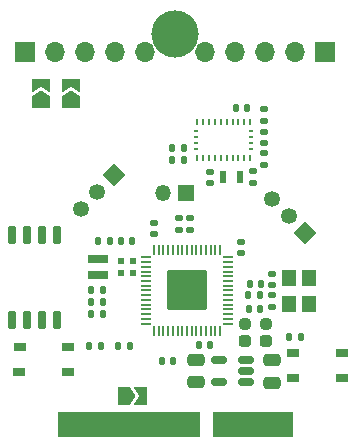
<source format=gbr>
%TF.GenerationSoftware,KiCad,Pcbnew,8.0.5*%
%TF.CreationDate,2024-10-30T18:42:26-07:00*%
%TF.ProjectId,card,63617264-2e6b-4696-9361-645f70636258,v0.5*%
%TF.SameCoordinates,Original*%
%TF.FileFunction,Soldermask,Top*%
%TF.FilePolarity,Negative*%
%FSLAX46Y46*%
G04 Gerber Fmt 4.6, Leading zero omitted, Abs format (unit mm)*
G04 Created by KiCad (PCBNEW 8.0.5) date 2024-10-30 18:42:26*
%MOMM*%
%LPD*%
G01*
G04 APERTURE LIST*
G04 Aperture macros list*
%AMRoundRect*
0 Rectangle with rounded corners*
0 $1 Rounding radius*
0 $2 $3 $4 $5 $6 $7 $8 $9 X,Y pos of 4 corners*
0 Add a 4 corners polygon primitive as box body*
4,1,4,$2,$3,$4,$5,$6,$7,$8,$9,$2,$3,0*
0 Add four circle primitives for the rounded corners*
1,1,$1+$1,$2,$3*
1,1,$1+$1,$4,$5*
1,1,$1+$1,$6,$7*
1,1,$1+$1,$8,$9*
0 Add four rect primitives between the rounded corners*
20,1,$1+$1,$2,$3,$4,$5,0*
20,1,$1+$1,$4,$5,$6,$7,0*
20,1,$1+$1,$6,$7,$8,$9,0*
20,1,$1+$1,$8,$9,$2,$3,0*%
%AMHorizOval*
0 Thick line with rounded ends*
0 $1 width*
0 $2 $3 position (X,Y) of the first rounded end (center of the circle)*
0 $4 $5 position (X,Y) of the second rounded end (center of the circle)*
0 Add line between two ends*
20,1,$1,$2,$3,$4,$5,0*
0 Add two circle primitives to create the rounded ends*
1,1,$1,$2,$3*
1,1,$1,$4,$5*%
%AMRotRect*
0 Rectangle, with rotation*
0 The origin of the aperture is its center*
0 $1 length*
0 $2 width*
0 $3 Rotation angle, in degrees counterclockwise*
0 Add horizontal line*
21,1,$1,$2,0,0,$3*%
%AMFreePoly0*
4,1,6,0.500000,-0.750000,-0.650000,-0.750000,-0.150000,0.000000,-0.650000,0.750000,0.500000,0.750000,0.500000,-0.750000,0.500000,-0.750000,$1*%
%AMFreePoly1*
4,1,6,1.000000,0.000000,0.500000,-0.750000,-0.500000,-0.750000,-0.500000,0.750000,0.500000,0.750000,1.000000,0.000000,1.000000,0.000000,$1*%
%AMFreePoly2*
4,1,18,-0.437500,0.050000,-0.433694,0.069134,-0.422855,0.085355,-0.406634,0.096194,-0.387500,0.100000,0.387500,0.100000,0.437500,0.050000,0.437500,-0.050000,0.433694,-0.069134,0.422855,-0.085355,0.406634,-0.096194,0.387500,-0.100000,-0.387500,-0.100000,-0.406634,-0.096194,-0.422855,-0.085355,-0.433694,-0.069134,-0.437500,-0.050000,-0.437500,0.050000,-0.437500,0.050000,$1*%
%AMFreePoly3*
4,1,18,-0.437500,0.050000,-0.433694,0.069134,-0.422855,0.085355,-0.406634,0.096194,-0.387500,0.100000,0.387500,0.100000,0.406634,0.096194,0.422855,0.085355,0.433694,0.069134,0.437500,0.050000,0.437500,-0.050000,0.387500,-0.100000,-0.387500,-0.100000,-0.406634,-0.096194,-0.422855,-0.085355,-0.433694,-0.069134,-0.437500,-0.050000,-0.437500,0.050000,-0.437500,0.050000,$1*%
%AMFreePoly4*
4,1,18,-0.100000,0.387500,-0.050000,0.437500,0.050000,0.437500,0.069134,0.433694,0.085355,0.422855,0.096194,0.406634,0.100000,0.387500,0.100000,-0.387500,0.096194,-0.406634,0.085355,-0.422855,0.069134,-0.433694,0.050000,-0.437500,-0.050000,-0.437500,-0.069134,-0.433694,-0.085355,-0.422855,-0.096194,-0.406634,-0.100000,-0.387500,-0.100000,0.387500,-0.100000,0.387500,$1*%
%AMFreePoly5*
4,1,18,-0.100000,0.387500,-0.096194,0.406634,-0.085355,0.422855,-0.069134,0.433694,-0.050000,0.437500,0.050000,0.437500,0.100000,0.387500,0.100000,-0.387500,0.096194,-0.406634,0.085355,-0.422855,0.069134,-0.433694,0.050000,-0.437500,-0.050000,-0.437500,-0.069134,-0.433694,-0.085355,-0.422855,-0.096194,-0.406634,-0.100000,-0.387500,-0.100000,0.387500,-0.100000,0.387500,$1*%
%AMFreePoly6*
4,1,18,-0.437500,0.050000,-0.433694,0.069134,-0.422855,0.085355,-0.406634,0.096194,-0.387500,0.100000,0.387500,0.100000,0.406634,0.096194,0.422855,0.085355,0.433694,0.069134,0.437500,0.050000,0.437500,-0.050000,0.433694,-0.069134,0.422855,-0.085355,0.406634,-0.096194,0.387500,-0.100000,-0.387500,-0.100000,-0.437500,-0.050000,-0.437500,0.050000,-0.437500,0.050000,$1*%
%AMFreePoly7*
4,1,18,-0.437500,0.050000,-0.387500,0.100000,0.387500,0.100000,0.406634,0.096194,0.422855,0.085355,0.433694,0.069134,0.437500,0.050000,0.437500,-0.050000,0.433694,-0.069134,0.422855,-0.085355,0.406634,-0.096194,0.387500,-0.100000,-0.387500,-0.100000,-0.406634,-0.096194,-0.422855,-0.085355,-0.433694,-0.069134,-0.437500,-0.050000,-0.437500,0.050000,-0.437500,0.050000,$1*%
%AMFreePoly8*
4,1,18,-0.100000,0.387500,-0.096194,0.406634,-0.085355,0.422855,-0.069134,0.433694,-0.050000,0.437500,0.050000,0.437500,0.069134,0.433694,0.085355,0.422855,0.096194,0.406634,0.100000,0.387500,0.100000,-0.387500,0.050000,-0.437500,-0.050000,-0.437500,-0.069134,-0.433694,-0.085355,-0.422855,-0.096194,-0.406634,-0.100000,-0.387500,-0.100000,0.387500,-0.100000,0.387500,$1*%
%AMFreePoly9*
4,1,18,-0.100000,0.387500,-0.096194,0.406634,-0.085355,0.422855,-0.069134,0.433694,-0.050000,0.437500,0.050000,0.437500,0.069134,0.433694,0.085355,0.422855,0.096194,0.406634,0.100000,0.387500,0.100000,-0.387500,0.096194,-0.406634,0.085355,-0.422855,0.069134,-0.433694,0.050000,-0.437500,-0.050000,-0.437500,-0.100000,-0.387500,-0.100000,0.387500,-0.100000,0.387500,$1*%
G04 Aperture macros list end*
%ADD10C,0.100000*%
%ADD11FreePoly0,90.000000*%
%ADD12FreePoly1,90.000000*%
%ADD13R,1.700000X1.700000*%
%ADD14O,1.700000X1.700000*%
%ADD15RoundRect,0.135000X-0.135000X-0.185000X0.135000X-0.185000X0.135000X0.185000X-0.135000X0.185000X0*%
%ADD16RoundRect,0.140000X0.140000X0.170000X-0.140000X0.170000X-0.140000X-0.170000X0.140000X-0.170000X0*%
%ADD17RoundRect,0.250000X-0.475000X0.250000X-0.475000X-0.250000X0.475000X-0.250000X0.475000X0.250000X0*%
%ADD18RoundRect,0.140000X-0.170000X0.140000X-0.170000X-0.140000X0.170000X-0.140000X0.170000X0.140000X0*%
%ADD19RoundRect,0.237500X0.287500X0.237500X-0.287500X0.237500X-0.287500X-0.237500X0.287500X-0.237500X0*%
%ADD20RoundRect,0.140000X-0.140000X-0.170000X0.140000X-0.170000X0.140000X0.170000X-0.140000X0.170000X0*%
%ADD21RotRect,1.350000X1.350000X225.000000*%
%ADD22HorizOval,1.350000X0.000000X0.000000X0.000000X0.000000X0*%
%ADD23R,0.530000X0.470000*%
%ADD24R,0.254000X0.482600*%
%ADD25R,0.381000X0.254000*%
%ADD26RoundRect,0.150000X0.512500X0.150000X-0.512500X0.150000X-0.512500X-0.150000X0.512500X-0.150000X0*%
%ADD27RoundRect,0.140000X0.170000X-0.140000X0.170000X0.140000X-0.170000X0.140000X-0.170000X-0.140000X0*%
%ADD28R,1.200000X1.400000*%
%ADD29R,1.350000X1.350000*%
%ADD30O,1.350000X1.350000*%
%ADD31C,4.000000*%
%ADD32FreePoly2,90.000000*%
%ADD33RoundRect,0.050000X0.050000X-0.387500X0.050000X0.387500X-0.050000X0.387500X-0.050000X-0.387500X0*%
%ADD34FreePoly3,90.000000*%
%ADD35FreePoly4,90.000000*%
%ADD36RoundRect,0.050000X0.387500X-0.050000X0.387500X0.050000X-0.387500X0.050000X-0.387500X-0.050000X0*%
%ADD37FreePoly5,90.000000*%
%ADD38FreePoly6,90.000000*%
%ADD39FreePoly7,90.000000*%
%ADD40FreePoly8,90.000000*%
%ADD41FreePoly9,90.000000*%
%ADD42RoundRect,0.153000X1.547000X1.547000X-1.547000X1.547000X-1.547000X-1.547000X1.547000X-1.547000X0*%
%ADD43R,1.050000X0.650000*%
%ADD44RoundRect,0.237500X-0.250000X-0.237500X0.250000X-0.237500X0.250000X0.237500X-0.250000X0.237500X0*%
%ADD45R,0.600000X1.100000*%
%ADD46FreePoly1,0.000000*%
%ADD47FreePoly0,0.000000*%
%ADD48RoundRect,0.135000X0.135000X0.185000X-0.135000X0.185000X-0.135000X-0.185000X0.135000X-0.185000X0*%
%ADD49RoundRect,0.150000X0.150000X-0.650000X0.150000X0.650000X-0.150000X0.650000X-0.150000X-0.650000X0*%
%ADD50R,1.700000X0.700000*%
%ADD51RotRect,1.350000X1.350000X315.000000*%
%ADD52HorizOval,1.350000X0.000000X0.000000X0.000000X0.000000X0*%
%ADD53RoundRect,0.135000X-0.185000X0.135000X-0.185000X-0.135000X0.185000X-0.135000X0.185000X0.135000X0*%
G04 APERTURE END LIST*
D10*
%TO.C,A1*%
X101025000Y-114000000D02*
X89075000Y-114000000D01*
X89075000Y-112000000D01*
X101025000Y-112000000D01*
X101025000Y-114000000D01*
G36*
X101025000Y-114000000D02*
G01*
X89075000Y-114000000D01*
X89075000Y-112000000D01*
X101025000Y-112000000D01*
X101025000Y-114000000D01*
G37*
X108925000Y-114000000D02*
X102225000Y-114000000D01*
X102225000Y-112000000D01*
X108925000Y-112000000D01*
X108925000Y-114000000D01*
G36*
X108925000Y-114000000D02*
G01*
X102225000Y-114000000D01*
X102225000Y-112000000D01*
X108925000Y-112000000D01*
X108925000Y-114000000D01*
G37*
%TD*%
D11*
%TO.C,JP3*%
X90200000Y-84275000D03*
D12*
X90200000Y-85725000D03*
%TD*%
D11*
%TO.C,JP2*%
X87600000Y-84275000D03*
D12*
X87600000Y-85725000D03*
%TD*%
D13*
%TO.C,J5*%
X111700000Y-81500000D03*
D14*
X109160000Y-81500000D03*
X106620000Y-81500000D03*
X104080000Y-81500000D03*
X101540000Y-81500000D03*
%TD*%
D13*
%TO.C,J4*%
X86320000Y-81500000D03*
D14*
X88860000Y-81500000D03*
X91400000Y-81500000D03*
X93940000Y-81500000D03*
X96480000Y-81500000D03*
%TD*%
D15*
%TO.C,R3*%
X92450000Y-97525000D03*
X93470000Y-97525000D03*
%TD*%
D16*
%TO.C,C4*%
X92870000Y-103680000D03*
X91910000Y-103680000D03*
%TD*%
D17*
%TO.C,C11*%
X100775000Y-107550000D03*
X100775000Y-109450000D03*
%TD*%
D18*
%TO.C,C19*%
X105550000Y-91624200D03*
X105550000Y-92584200D03*
%TD*%
D16*
%TO.C,C1*%
X98810000Y-107650000D03*
X97850000Y-107650000D03*
%TD*%
D19*
%TO.C,D1*%
X106675000Y-106000000D03*
X104925000Y-106000000D03*
%TD*%
D20*
%TO.C,C6*%
X101020000Y-106300000D03*
X101980000Y-106300000D03*
%TD*%
D21*
%TO.C,J2*%
X110014214Y-96814214D03*
D22*
X108600000Y-95400000D03*
X107185787Y-93985787D03*
%TD*%
D15*
%TO.C,R10*%
X98690000Y-90674200D03*
X99710000Y-90674200D03*
%TD*%
D23*
%TO.C,C16*%
X95400000Y-100240000D03*
X95400000Y-99210000D03*
%TD*%
D24*
%TO.C,U4*%
X104849999Y-90524200D03*
X104350000Y-90524200D03*
X103850001Y-90524200D03*
X103350000Y-90524200D03*
X102850000Y-90524200D03*
X102349999Y-90524200D03*
X101850000Y-90524200D03*
X101350001Y-90524200D03*
X100849999Y-90524200D03*
D25*
X100788600Y-89712101D03*
X100788600Y-89212100D03*
X100788600Y-88712100D03*
X100788600Y-88212099D03*
D24*
X100849999Y-87400000D03*
X101350001Y-87400000D03*
X101850000Y-87400000D03*
X102349999Y-87400000D03*
X102850000Y-87400000D03*
X103350000Y-87400000D03*
X103850001Y-87400000D03*
X104350000Y-87400000D03*
X104849999Y-87400000D03*
X105350001Y-87400000D03*
D25*
X105411400Y-88212099D03*
X105411400Y-88712100D03*
X105411400Y-89212100D03*
X105411400Y-89712101D03*
D24*
X105350001Y-90524200D03*
%TD*%
D26*
%TO.C,U2*%
X104975000Y-109450000D03*
X104975000Y-108500000D03*
X104975000Y-107550000D03*
X102700000Y-107550000D03*
X102700000Y-109450000D03*
%TD*%
D16*
%TO.C,C5*%
X95130000Y-106400000D03*
X94170000Y-106400000D03*
%TD*%
D17*
%TO.C,C12*%
X107200000Y-107600000D03*
X107200000Y-109500000D03*
%TD*%
D18*
%TO.C,C13*%
X107200000Y-102100000D03*
X107200000Y-103060000D03*
%TD*%
D27*
%TO.C,C20*%
X106500000Y-91054200D03*
X106500000Y-90094200D03*
%TD*%
D28*
%TO.C,Y1*%
X110300000Y-102825000D03*
X110300000Y-100625000D03*
X108600000Y-100625000D03*
X108600000Y-102825000D03*
%TD*%
D27*
%TO.C,C3*%
X99280000Y-96540000D03*
X99280000Y-95580000D03*
%TD*%
D15*
%TO.C,R4*%
X91690000Y-106400000D03*
X92710000Y-106400000D03*
%TD*%
D29*
%TO.C,J3*%
X99950000Y-93450000D03*
D30*
X97950000Y-93450000D03*
%TD*%
D31*
%TO.C,A1*%
X99000000Y-80000000D03*
%TD*%
D18*
%TO.C,C18*%
X101950000Y-91644200D03*
X101950000Y-92604200D03*
%TD*%
D15*
%TO.C,R6*%
X91890000Y-101675000D03*
X92910000Y-101675000D03*
%TD*%
%TO.C,R7*%
X91880000Y-102700000D03*
X92900000Y-102700000D03*
%TD*%
D32*
%TO.C,U1*%
X97200000Y-105137500D03*
D33*
X97600000Y-105137500D03*
X98000000Y-105137500D03*
X98400000Y-105137500D03*
X98800000Y-105137500D03*
X99200000Y-105137500D03*
X99600000Y-105137500D03*
X100000000Y-105137500D03*
X100400000Y-105137500D03*
X100800000Y-105137500D03*
X101200000Y-105137500D03*
X101600000Y-105137500D03*
X102000000Y-105137500D03*
X102400000Y-105137500D03*
D34*
X102800000Y-105137500D03*
D35*
X103437500Y-104500000D03*
D36*
X103437500Y-104100000D03*
X103437500Y-103700000D03*
X103437500Y-103300000D03*
X103437500Y-102900000D03*
X103437500Y-102500000D03*
X103437500Y-102100000D03*
X103437500Y-101700000D03*
X103437500Y-101300000D03*
X103437500Y-100900000D03*
X103437500Y-100500000D03*
X103437500Y-100100000D03*
X103437500Y-99700000D03*
X103437500Y-99300000D03*
D37*
X103437500Y-98900000D03*
D38*
X102800000Y-98262500D03*
D33*
X102400000Y-98262500D03*
X102000000Y-98262500D03*
X101600000Y-98262500D03*
X101200000Y-98262500D03*
X100800000Y-98262500D03*
X100400000Y-98262500D03*
X100000000Y-98262500D03*
X99600000Y-98262500D03*
X99200000Y-98262500D03*
X98800000Y-98262500D03*
X98400000Y-98262500D03*
X98000000Y-98262500D03*
X97600000Y-98262500D03*
D39*
X97200000Y-98262500D03*
D40*
X96562500Y-98900000D03*
D36*
X96562500Y-99300000D03*
X96562500Y-99700000D03*
X96562500Y-100100000D03*
X96562500Y-100500000D03*
X96562500Y-100900000D03*
X96562500Y-101300000D03*
X96562500Y-101700000D03*
X96562500Y-102100000D03*
X96562500Y-102500000D03*
X96562500Y-102900000D03*
X96562500Y-103300000D03*
X96562500Y-103700000D03*
X96562500Y-104100000D03*
D41*
X96562500Y-104500000D03*
D42*
X100000000Y-101700000D03*
%TD*%
D23*
%TO.C,C15*%
X94400000Y-100240000D03*
X94400000Y-99210000D03*
%TD*%
D27*
%TO.C,C8*%
X100280000Y-96540000D03*
X100280000Y-95580000D03*
%TD*%
D20*
%TO.C,C17*%
X94400000Y-97525000D03*
X95360000Y-97525000D03*
%TD*%
D27*
%TO.C,C9*%
X104600000Y-98525000D03*
X104600000Y-97565000D03*
%TD*%
%TO.C,C14*%
X107200000Y-101225000D03*
X107200000Y-100265000D03*
%TD*%
D15*
%TO.C,R5*%
X108640000Y-105650000D03*
X109660000Y-105650000D03*
%TD*%
D43*
%TO.C,SW2*%
X113135000Y-109125000D03*
X108985000Y-109125000D03*
X113135000Y-106975000D03*
X109010000Y-106975000D03*
%TD*%
D20*
%TO.C,C10*%
X105220000Y-103250000D03*
X106180000Y-103250000D03*
%TD*%
D27*
%TO.C,C21*%
X106500000Y-89204200D03*
X106500000Y-88244200D03*
%TD*%
D44*
%TO.C,R1*%
X104887500Y-104500000D03*
X106712500Y-104500000D03*
%TD*%
D45*
%TO.C,Y2*%
X104450000Y-92124200D03*
X103050000Y-92124200D03*
%TD*%
D20*
%TO.C,C2*%
X105320000Y-101125000D03*
X106280000Y-101125000D03*
%TD*%
D46*
%TO.C,JP1*%
X94650000Y-110600000D03*
D47*
X96100000Y-110600000D03*
%TD*%
D48*
%TO.C,R2*%
X106210000Y-102100000D03*
X105190000Y-102100000D03*
%TD*%
D27*
%TO.C,C7*%
X97200000Y-96925000D03*
X97200000Y-95965000D03*
%TD*%
D49*
%TO.C,U3*%
X85185000Y-104210000D03*
X86455000Y-104210000D03*
X87725000Y-104210000D03*
X88995000Y-104210000D03*
X88995000Y-97010000D03*
X87725000Y-97010000D03*
X86455000Y-97010000D03*
X85185000Y-97010000D03*
%TD*%
D43*
%TO.C,SW1*%
X89950000Y-108600000D03*
X85800000Y-108600000D03*
X89950000Y-106450000D03*
X85825000Y-106450000D03*
%TD*%
D50*
%TO.C,L1*%
X92500000Y-100425000D03*
X92500000Y-99025000D03*
%TD*%
D20*
%TO.C,C22*%
X104120000Y-86274200D03*
X105080000Y-86274200D03*
%TD*%
D15*
%TO.C,R9*%
X98690000Y-89674200D03*
X99710000Y-89674200D03*
%TD*%
D51*
%TO.C,J1*%
X93814214Y-91935786D03*
D52*
X92400000Y-93350000D03*
X90985787Y-94764213D03*
%TD*%
D53*
%TO.C,R8*%
X106500000Y-86364200D03*
X106500000Y-87384200D03*
%TD*%
M02*

</source>
